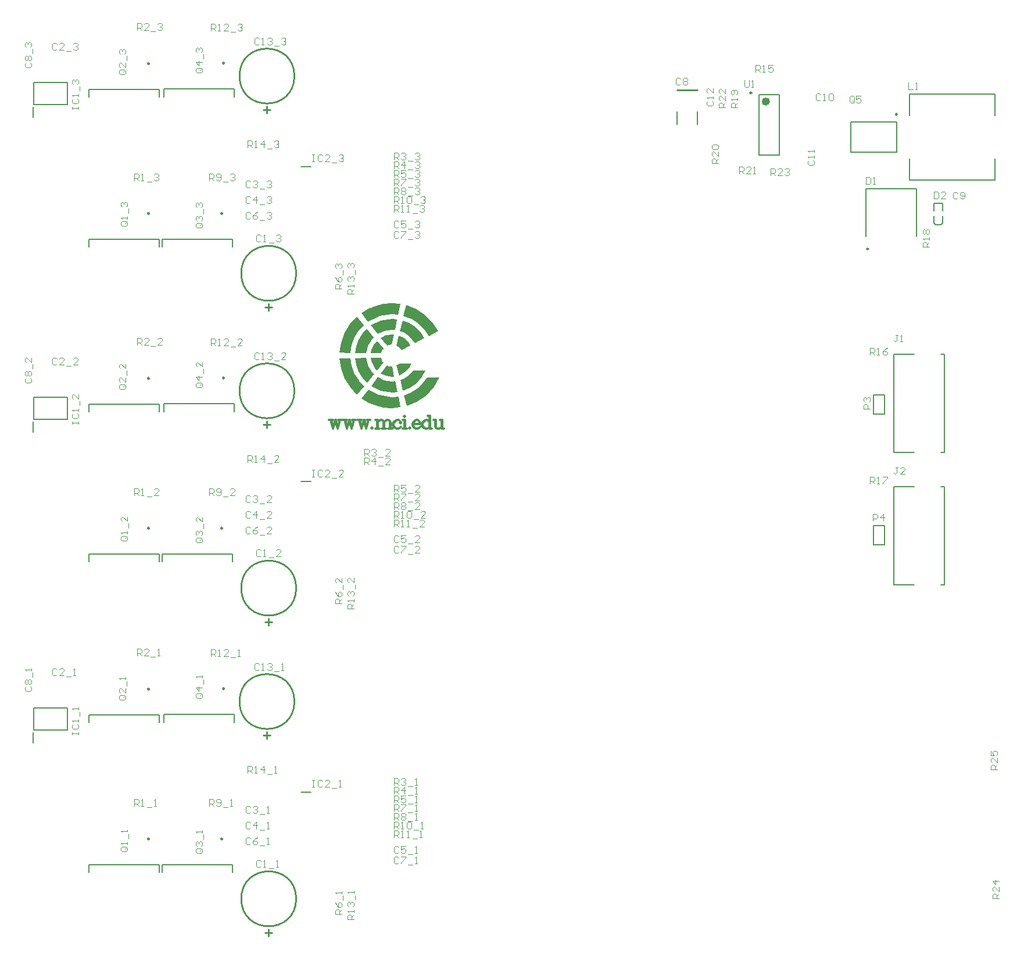
<source format=gbr>
%TF.GenerationSoftware,Altium Limited,Altium Designer,19.1.5 (86)*%
G04 Layer_Color=65535*
%FSLAX26Y26*%
%MOIN*%
%TF.FileFunction,Legend,Top*%
%TF.Part,Single*%
G01*
G75*
%TA.AperFunction,NonConductor*%
%ADD46C,0.009842*%
%ADD47C,0.003937*%
%ADD48C,0.010000*%
%ADD51C,0.005000*%
%ADD65C,0.023622*%
%ADD66C,0.007874*%
%ADD67C,0.011785*%
G36*
X2079443Y3338439D02*
X2079636Y3338084D01*
X2079789Y3337711D01*
X2088019Y3325308D01*
X2050989Y3279930D01*
X2038813Y3293812D01*
X2027639Y3312392D01*
X2019869Y3332921D01*
X2016456Y3352005D01*
X2074928Y3352966D01*
X2079443Y3338439D01*
D02*
G37*
G36*
X2249874Y3320833D02*
X2239408Y3299667D01*
X2221896Y3278340D01*
X2200064Y3261438D01*
X2177511Y3251072D01*
X2163368Y3308093D01*
X2182318Y3321236D01*
X2249874Y3320833D01*
D02*
G37*
G36*
X2120225Y3304060D02*
X2120585Y3303990D01*
X2120933Y3303872D01*
X2136733Y3301794D01*
X2136944Y3301807D01*
X2137158Y3301769D01*
X2137378Y3301774D01*
X2149572Y3244635D01*
X2137227Y3243860D01*
X2101342Y3249233D01*
X2072620Y3262842D01*
X2108014Y3309069D01*
X2120225Y3304060D01*
D02*
G37*
G36*
X1994159Y3326743D02*
X1994254Y3326494D01*
X1994299Y3326222D01*
X2003806Y3300972D01*
X2003947Y3300745D01*
X2004036Y3300501D01*
X2017829Y3277718D01*
X2018008Y3277523D01*
X2018139Y3277300D01*
X2034157Y3259314D01*
X1993993Y3210083D01*
X1968456Y3237793D01*
X1946991Y3272611D01*
X1932536Y3311463D01*
X1926375Y3350528D01*
X1989899Y3351571D01*
X1994159Y3326743D01*
D02*
G37*
G36*
X2309624Y3242477D02*
X2278406Y3207732D01*
X2240254Y3180606D01*
X2199220Y3163494D01*
X2183936Y3225146D01*
X2204006Y3233343D01*
X2204206Y3233474D01*
X2204426Y3233556D01*
X2224749Y3246115D01*
X2224922Y3246275D01*
X2225121Y3246390D01*
X2243034Y3261970D01*
X2243178Y3262156D01*
X2243357Y3262302D01*
X2257655Y3279571D01*
X2330359D01*
X2309624Y3242477D01*
D02*
G37*
G36*
X2092476Y3224288D02*
X2092890Y3224181D01*
X2093285Y3224039D01*
X2136676Y3217442D01*
X2136988Y3217456D01*
X2137300Y3217416D01*
X2155109Y3218651D01*
X2168378Y3156453D01*
X2137209Y3153950D01*
X2071977Y3164193D01*
X2017821Y3191305D01*
X2056418Y3241700D01*
X2092476Y3224288D01*
D02*
G37*
G36*
X1906810Y3305350D02*
X1906909Y3305077D01*
X1906955Y3304795D01*
X1923154Y3261192D01*
X1923301Y3260955D01*
X1923399Y3260689D01*
X1947508Y3221640D01*
X1947698Y3221436D01*
X1947843Y3221201D01*
X1977209Y3189542D01*
X1937080Y3140343D01*
X1898111Y3181780D01*
X1866370Y3232801D01*
X1845198Y3289982D01*
X1836405Y3349044D01*
X1899869Y3350096D01*
X1906810Y3305350D01*
D02*
G37*
G36*
X2410018Y3238308D02*
X2378892Y3185394D01*
X2334193Y3137361D01*
X2280000Y3100000D01*
X2220862Y3076159D01*
X2205593Y3137751D01*
X2243918Y3152802D01*
X2244139Y3152944D01*
X2244387Y3153038D01*
X2280980Y3175908D01*
X2281173Y3176090D01*
X2281394Y3176224D01*
X2313038Y3205220D01*
X2313191Y3205427D01*
X2313386Y3205601D01*
X2338470Y3238748D01*
X2410018Y3238308D01*
D02*
G37*
G36*
X2063036Y3139280D02*
X2063463Y3139161D01*
X2063874Y3139010D01*
X2136659Y3127525D01*
X2137001Y3127539D01*
X2137339Y3127501D01*
X2173889Y3130535D01*
X2187136Y3068418D01*
X2137097Y3064049D01*
X2088611Y3067943D01*
X2042618Y3079154D01*
X1999683Y3097115D01*
X1962942Y3119672D01*
X2001670Y3170239D01*
X2063036Y3139280D01*
D02*
G37*
G36*
X2184792Y3662925D02*
X2171983Y3600717D01*
X2137325Y3603430D01*
X2136990Y3603390D01*
X2136655Y3603403D01*
X2062840Y3591607D01*
X2062417Y3591451D01*
X2061991Y3591329D01*
X1999899Y3559477D01*
X1960622Y3609602D01*
X1997758Y3632852D01*
X2041224Y3651352D01*
X2087880Y3662912D01*
X2137103Y3666907D01*
X2184792Y3662925D01*
D02*
G37*
G36*
X2166640Y3574753D02*
X2153828Y3512462D01*
X2137287Y3513536D01*
X2136983Y3513495D01*
X2136673Y3513508D01*
X2092733Y3506773D01*
X2092327Y3506626D01*
X2091910Y3506514D01*
X2055456Y3488607D01*
X2016290Y3538568D01*
X2071065Y3566481D01*
X2137216Y3577007D01*
X2166640Y3574753D01*
D02*
G37*
G36*
X2274532Y3633809D02*
X2326592Y3599902D01*
X2370466Y3556284D01*
X2403139Y3506759D01*
X2347171Y3476817D01*
X2322220Y3515002D01*
X2322018Y3515208D01*
X2321856Y3515452D01*
X2287997Y3549495D01*
X2287759Y3549655D01*
X2287550Y3549862D01*
X2247333Y3576425D01*
X2247057Y3576538D01*
X2246811Y3576697D01*
X2203721Y3593732D01*
X2218538Y3655452D01*
X2274532Y3633809D01*
D02*
G37*
G36*
X2235219Y3552909D02*
X2271088Y3529152D01*
X2301349Y3498772D01*
X2323408Y3465144D01*
X2267671Y3436005D01*
X2253191Y3458018D01*
X2252991Y3458221D01*
X2252836Y3458455D01*
X2232540Y3478968D01*
X2232305Y3479126D01*
X2232108Y3479324D01*
X2208048Y3495548D01*
X2207784Y3495658D01*
X2207549Y3495815D01*
X2182673Y3506157D01*
X2197517Y3567956D01*
X2235219Y3552909D01*
D02*
G37*
G36*
X2148469Y3486425D02*
X2136689Y3429148D01*
X2120866Y3427090D01*
X2120508Y3426970D01*
X2120142Y3426896D01*
X2107840Y3421787D01*
X2071905Y3467647D01*
X2100925Y3481606D01*
X2137233Y3487097D01*
X2148469Y3486425D01*
D02*
G37*
G36*
X2195739Y3472082D02*
X2215339Y3458604D01*
X2231934Y3441657D01*
X2243413Y3424087D01*
X2191950Y3397086D01*
X2180186Y3412324D01*
X2179807Y3412655D01*
X2179439Y3413001D01*
X2162782Y3423378D01*
X2176462Y3480317D01*
X2195739Y3472082D01*
D02*
G37*
G36*
X1975985Y3540287D02*
X1947142Y3508835D01*
X1946998Y3508599D01*
X1946813Y3508398D01*
X1923109Y3469687D01*
X1923013Y3469426D01*
X1922866Y3469188D01*
X1906904Y3426012D01*
X1906859Y3425731D01*
X1906761Y3425462D01*
X1899894Y3381183D01*
X1836431Y3382078D01*
X1845084Y3440546D01*
X1865897Y3497214D01*
X1897099Y3547877D01*
X1935397Y3589093D01*
X1975985Y3540287D01*
D02*
G37*
G36*
X2033572Y3471043D02*
X2017842Y3453262D01*
X2017712Y3453038D01*
X2017537Y3452847D01*
X2003962Y3430327D01*
X2003874Y3430083D01*
X2003735Y3429861D01*
X1994347Y3404922D01*
X1994302Y3404653D01*
X1994208Y3404407D01*
X1989950Y3379897D01*
X1926399Y3380795D01*
X1932492Y3419423D01*
X1946760Y3457875D01*
X1967845Y3492383D01*
X1992936Y3519905D01*
X2033572Y3471043D01*
D02*
G37*
G36*
X2087976Y3405615D02*
X2079913Y3393565D01*
X2079760Y3393196D01*
X2079567Y3392846D01*
X2075065Y3378676D01*
X2016532Y3379532D01*
X2019938Y3398294D01*
X2027619Y3418559D01*
X2038629Y3436904D01*
X2050565Y3450613D01*
X2087976Y3405615D01*
D02*
G37*
D46*
X745276Y4181733D02*
G03*
X745276Y4181733I-4921J0D01*
G01*
Y5041733D02*
G03*
X745276Y5041733I-4921J0D01*
G01*
X1165276Y4181733D02*
G03*
X1165276Y4181733I-4921J0D01*
G01*
X1175276Y5044095D02*
G03*
X1175276Y5044095I-4921J0D01*
G01*
X745276Y2375197D02*
G03*
X745276Y2375197I-4921J0D01*
G01*
Y3235197D02*
G03*
X745276Y3235197I-4921J0D01*
G01*
X1165276Y2375197D02*
G03*
X1165276Y2375197I-4921J0D01*
G01*
X1175276Y3237559D02*
G03*
X1175276Y3237559I-4921J0D01*
G01*
X745276Y1451733D02*
G03*
X745276Y1451733I-4921J0D01*
G01*
X1175276Y1454094D02*
G03*
X1175276Y1454094I-4921J0D01*
G01*
X745276Y591732D02*
G03*
X745276Y591732I-4921J0D01*
G01*
X1165276D02*
G03*
X1165276Y591732I-4921J0D01*
G01*
X5034843Y4749921D02*
G03*
X5034843Y4749921I-4921J0D01*
G01*
X4869921Y3978346D02*
G03*
X4869921Y3978346I-4921J0D01*
G01*
X4200591Y4873465D02*
G03*
X4200591Y4873465I-4921J0D01*
G01*
D47*
X37202Y5046238D02*
X30643Y5039679D01*
Y5026560D01*
X37202Y5020000D01*
X63440D01*
X70000Y5026560D01*
Y5039679D01*
X63440Y5046238D01*
X37202Y5059357D02*
X30643Y5065917D01*
Y5079036D01*
X37202Y5085596D01*
X43762D01*
X50321Y5079036D01*
X56881Y5085596D01*
X63440D01*
X70000Y5079036D01*
Y5065917D01*
X63440Y5059357D01*
X56881D01*
X50321Y5065917D01*
X43762Y5059357D01*
X37202D01*
X50321Y5065917D02*
Y5079036D01*
X76560Y5098715D02*
Y5124953D01*
X37202Y5138072D02*
X30643Y5144632D01*
Y5157751D01*
X37202Y5164310D01*
X43762D01*
X50321Y5157751D01*
Y5151191D01*
Y5157751D01*
X56881Y5164310D01*
X63440D01*
X70000Y5157751D01*
Y5144632D01*
X63440Y5138072D01*
X37202Y3236238D02*
X30643Y3229679D01*
Y3216560D01*
X37202Y3210000D01*
X63440D01*
X70000Y3216560D01*
Y3229679D01*
X63440Y3236238D01*
X37202Y3249357D02*
X30643Y3255917D01*
Y3269036D01*
X37202Y3275596D01*
X43762D01*
X50321Y3269036D01*
X56881Y3275596D01*
X63440D01*
X70000Y3269036D01*
Y3255917D01*
X63440Y3249357D01*
X56881D01*
X50321Y3255917D01*
X43762Y3249357D01*
X37202D01*
X50321Y3255917D02*
Y3269036D01*
X76560Y3288715D02*
Y3314953D01*
X70000Y3354310D02*
Y3328072D01*
X43762Y3354310D01*
X37202D01*
X30643Y3347751D01*
Y3334632D01*
X37202Y3328072D01*
Y1466238D02*
X30643Y1459679D01*
Y1446560D01*
X37202Y1440000D01*
X63440D01*
X70000Y1446560D01*
Y1459679D01*
X63440Y1466238D01*
X37202Y1479357D02*
X30643Y1485917D01*
Y1499036D01*
X37202Y1505596D01*
X43762D01*
X50321Y1499036D01*
X56881Y1505596D01*
X63440D01*
X70000Y1499036D01*
Y1485917D01*
X63440Y1479357D01*
X56881D01*
X50321Y1485917D01*
X43762Y1479357D01*
X37202D01*
X50321Y1485917D02*
Y1499036D01*
X76560Y1518715D02*
Y1544953D01*
X70000Y1558072D02*
Y1571191D01*
Y1564632D01*
X30643D01*
X37202Y1558072D01*
X1376238Y3376262D02*
X1369679Y3382822D01*
X1356560D01*
X1350000Y3376262D01*
Y3350024D01*
X1356560Y3343465D01*
X1369679D01*
X1376238Y3350024D01*
X1389357Y3343465D02*
X1402476D01*
X1395917D01*
Y3382822D01*
X1389357Y3376262D01*
X1422155D02*
X1428715Y3382822D01*
X1441834D01*
X1448393Y3376262D01*
Y3369703D01*
X1441834Y3363143D01*
X1435274D01*
X1441834D01*
X1448393Y3356584D01*
Y3350024D01*
X1441834Y3343465D01*
X1428715D01*
X1422155Y3350024D01*
X1461513Y3336905D02*
X1487751D01*
X1527108Y3343465D02*
X1500870D01*
X1527108Y3369703D01*
Y3376262D01*
X1520549Y3382822D01*
X1507430D01*
X1500870Y3376262D01*
X1043440Y3209703D02*
X1017202D01*
X1010643Y3203143D01*
Y3190024D01*
X1017202Y3183465D01*
X1043440D01*
X1050000Y3190024D01*
Y3203143D01*
X1036881Y3196584D02*
X1050000Y3209703D01*
Y3203143D02*
X1043440Y3209703D01*
X1050000Y3242501D02*
X1010643D01*
X1030321Y3222822D01*
Y3249060D01*
X1056560Y3262179D02*
Y3288418D01*
X1050000Y3327775D02*
Y3301537D01*
X1023762Y3327775D01*
X1017202D01*
X1010643Y3321215D01*
Y3308096D01*
X1017202Y3301537D01*
X1043440Y2319703D02*
X1017202D01*
X1010643Y2313143D01*
Y2300024D01*
X1017202Y2293465D01*
X1043440D01*
X1050000Y2300024D01*
Y2313143D01*
X1036881Y2306584D02*
X1050000Y2319703D01*
Y2313143D02*
X1043440Y2319703D01*
X1017202Y2332822D02*
X1010643Y2339382D01*
Y2352501D01*
X1017202Y2359060D01*
X1023762D01*
X1030321Y2352501D01*
Y2345941D01*
Y2352501D01*
X1036881Y2359060D01*
X1043440D01*
X1050000Y2352501D01*
Y2339382D01*
X1043440Y2332822D01*
X1056560Y2372179D02*
Y2398418D01*
X1050000Y2437775D02*
Y2411537D01*
X1023762Y2437775D01*
X1017202D01*
X1010643Y2431215D01*
Y2418096D01*
X1017202Y2411537D01*
X603440Y3199703D02*
X577202D01*
X570643Y3193143D01*
Y3180024D01*
X577202Y3173465D01*
X603440D01*
X610000Y3180024D01*
Y3193143D01*
X596881Y3186584D02*
X610000Y3199703D01*
Y3193143D02*
X603440Y3199703D01*
X610000Y3239060D02*
Y3212822D01*
X583762Y3239060D01*
X577202D01*
X570643Y3232501D01*
Y3219382D01*
X577202Y3212822D01*
X616560Y3252179D02*
Y3278418D01*
X610000Y3317775D02*
Y3291537D01*
X583762Y3317775D01*
X577202D01*
X570643Y3311215D01*
Y3298096D01*
X577202Y3291537D01*
X613440Y2329703D02*
X587202D01*
X580643Y2323143D01*
Y2310024D01*
X587202Y2303465D01*
X613440D01*
X620000Y2310024D01*
Y2323143D01*
X606881Y2316584D02*
X620000Y2329703D01*
Y2323143D02*
X613440Y2329703D01*
X620000Y2342822D02*
Y2355941D01*
Y2349382D01*
X580643D01*
X587202Y2342822D01*
X626560Y2375620D02*
Y2401858D01*
X620000Y2441215D02*
Y2414977D01*
X593762Y2441215D01*
X587202D01*
X580643Y2434656D01*
Y2421537D01*
X587202Y2414977D01*
X1680000Y2709357D02*
X1693119D01*
X1686560D01*
Y2670000D01*
X1680000D01*
X1693119D01*
X1739036Y2702798D02*
X1732476Y2709357D01*
X1719357D01*
X1712798Y2702798D01*
Y2676560D01*
X1719357Y2670000D01*
X1732476D01*
X1739036Y2676560D01*
X1778393Y2670000D02*
X1752155D01*
X1778393Y2696238D01*
Y2702798D01*
X1771834Y2709357D01*
X1758715D01*
X1752155Y2702798D01*
X1791513Y2663440D02*
X1817751D01*
X1857108Y2670000D02*
X1830870D01*
X1857108Y2696238D01*
Y2702798D01*
X1850549Y2709357D01*
X1837430D01*
X1830870Y2702798D01*
X300643Y2973465D02*
Y2986584D01*
Y2980024D01*
X340000D01*
Y2973465D01*
Y2986584D01*
X307202Y3032501D02*
X300643Y3025941D01*
Y3012822D01*
X307202Y3006262D01*
X333440D01*
X340000Y3012822D01*
Y3025941D01*
X333440Y3032501D01*
X340000Y3045620D02*
Y3058739D01*
Y3052179D01*
X300643D01*
X307202Y3045620D01*
X346560Y3078418D02*
Y3104656D01*
X340000Y3144013D02*
Y3117775D01*
X313762Y3144013D01*
X307202D01*
X300643Y3137454D01*
Y3124335D01*
X307202Y3117775D01*
X1310000Y2753465D02*
Y2792822D01*
X1329679D01*
X1336238Y2786262D01*
Y2773143D01*
X1329679Y2766584D01*
X1310000D01*
X1323119D02*
X1336238Y2753465D01*
X1349357D02*
X1362476D01*
X1355917D01*
Y2792822D01*
X1349357Y2786262D01*
X1401834Y2753465D02*
Y2792822D01*
X1382155Y2773143D01*
X1408393D01*
X1421513Y2746905D02*
X1447751D01*
X1487108Y2753465D02*
X1460870D01*
X1487108Y2779703D01*
Y2786262D01*
X1480549Y2792822D01*
X1467430D01*
X1460870Y2786262D01*
X1920000Y1913465D02*
X1880643D01*
Y1933143D01*
X1887202Y1939703D01*
X1900321D01*
X1906881Y1933143D01*
Y1913465D01*
Y1926584D02*
X1920000Y1939703D01*
Y1952822D02*
Y1965941D01*
Y1959382D01*
X1880643D01*
X1887202Y1952822D01*
Y1985620D02*
X1880643Y1992179D01*
Y2005299D01*
X1887202Y2011858D01*
X1893762D01*
X1900321Y2005299D01*
Y1998739D01*
Y2005299D01*
X1906881Y2011858D01*
X1913440D01*
X1920000Y2005299D01*
Y1992179D01*
X1913440Y1985620D01*
X1926560Y2024977D02*
Y2051215D01*
X1920000Y2090573D02*
Y2064335D01*
X1893762Y2090573D01*
X1887202D01*
X1880643Y2084013D01*
Y2070894D01*
X1887202Y2064335D01*
X1100000Y3423465D02*
Y3462822D01*
X1119679D01*
X1126238Y3456262D01*
Y3443143D01*
X1119679Y3436584D01*
X1100000D01*
X1113119D02*
X1126238Y3423465D01*
X1139357D02*
X1152476D01*
X1145917D01*
Y3462822D01*
X1139357Y3456262D01*
X1198393Y3423465D02*
X1172155D01*
X1198393Y3449703D01*
Y3456262D01*
X1191834Y3462822D01*
X1178715D01*
X1172155Y3456262D01*
X1211513Y3416905D02*
X1237751D01*
X1277108Y3423465D02*
X1250870D01*
X1277108Y3449703D01*
Y3456262D01*
X1270549Y3462822D01*
X1257430D01*
X1250870Y3456262D01*
X2150000Y2383465D02*
Y2422822D01*
X2169679D01*
X2176238Y2416262D01*
Y2403143D01*
X2169679Y2396584D01*
X2150000D01*
X2163119D02*
X2176238Y2383465D01*
X2189357D02*
X2202477D01*
X2195917D01*
Y2422822D01*
X2189357Y2416262D01*
X2222155Y2383465D02*
X2235274D01*
X2228715D01*
Y2422822D01*
X2222155Y2416262D01*
X2254953Y2376905D02*
X2281191D01*
X2320549Y2383465D02*
X2294310D01*
X2320549Y2409703D01*
Y2416262D01*
X2313989Y2422822D01*
X2300870D01*
X2294310Y2416262D01*
X2150000Y2433465D02*
Y2472822D01*
X2169679D01*
X2176238Y2466262D01*
Y2453143D01*
X2169679Y2446584D01*
X2150000D01*
X2163119D02*
X2176238Y2433465D01*
X2189357D02*
X2202477D01*
X2195917D01*
Y2472822D01*
X2189357Y2466262D01*
X2222155D02*
X2228715Y2472822D01*
X2241834D01*
X2248393Y2466262D01*
Y2440024D01*
X2241834Y2433465D01*
X2228715D01*
X2222155Y2440024D01*
Y2466262D01*
X2261513Y2426905D02*
X2287751D01*
X2327108Y2433465D02*
X2300870D01*
X2327108Y2459703D01*
Y2466262D01*
X2320549Y2472822D01*
X2307430D01*
X2300870Y2466262D01*
X1090000Y2563465D02*
Y2602822D01*
X1109679D01*
X1116238Y2596262D01*
Y2583143D01*
X1109679Y2576584D01*
X1090000D01*
X1103119D02*
X1116238Y2563465D01*
X1129357Y2570024D02*
X1135917Y2563465D01*
X1149036D01*
X1155596Y2570024D01*
Y2596262D01*
X1149036Y2602822D01*
X1135917D01*
X1129357Y2596262D01*
Y2589703D01*
X1135917Y2583143D01*
X1155596D01*
X1168715Y2556905D02*
X1194953D01*
X1234310Y2563465D02*
X1208072D01*
X1234310Y2589703D01*
Y2596262D01*
X1227751Y2602822D01*
X1214632D01*
X1208072Y2596262D01*
X2150000Y2483465D02*
Y2522822D01*
X2169679D01*
X2176238Y2516262D01*
Y2503143D01*
X2169679Y2496584D01*
X2150000D01*
X2163119D02*
X2176238Y2483465D01*
X2189357Y2516262D02*
X2195917Y2522822D01*
X2209036D01*
X2215596Y2516262D01*
Y2509703D01*
X2209036Y2503143D01*
X2215596Y2496584D01*
Y2490024D01*
X2209036Y2483465D01*
X2195917D01*
X2189357Y2490024D01*
Y2496584D01*
X2195917Y2503143D01*
X2189357Y2509703D01*
Y2516262D01*
X2195917Y2503143D02*
X2209036D01*
X2228715Y2476905D02*
X2254953D01*
X2294310Y2483465D02*
X2268072D01*
X2294310Y2509703D01*
Y2516262D01*
X2287751Y2522822D01*
X2274632D01*
X2268072Y2516262D01*
X2150000Y2533465D02*
Y2572822D01*
X2169679D01*
X2176238Y2566262D01*
Y2553143D01*
X2169679Y2546584D01*
X2150000D01*
X2163119D02*
X2176238Y2533465D01*
X2189357Y2572822D02*
X2215596D01*
Y2566262D01*
X2189357Y2540024D01*
Y2533465D01*
X2228715Y2526905D02*
X2254953D01*
X2294310Y2533465D02*
X2268072D01*
X2294310Y2559703D01*
Y2566262D01*
X2287751Y2572822D01*
X2274632D01*
X2268072Y2566262D01*
X1850000Y1943465D02*
X1810643D01*
Y1963143D01*
X1817202Y1969703D01*
X1830321D01*
X1836881Y1963143D01*
Y1943465D01*
Y1956584D02*
X1850000Y1969703D01*
X1810643Y2009060D02*
X1817202Y1995941D01*
X1830321Y1982822D01*
X1843440D01*
X1850000Y1989382D01*
Y2002501D01*
X1843440Y2009060D01*
X1836881D01*
X1830321Y2002501D01*
Y1982822D01*
X1856560Y2022179D02*
Y2048418D01*
X1850000Y2087775D02*
Y2061537D01*
X1823762Y2087775D01*
X1817202D01*
X1810643Y2081215D01*
Y2068096D01*
X1817202Y2061537D01*
X2150000Y2583465D02*
Y2622822D01*
X2169679D01*
X2176238Y2616262D01*
Y2603143D01*
X2169679Y2596584D01*
X2150000D01*
X2163119D02*
X2176238Y2583465D01*
X2215596Y2622822D02*
X2189357D01*
Y2603143D01*
X2202477Y2609703D01*
X2209036D01*
X2215596Y2603143D01*
Y2590024D01*
X2209036Y2583465D01*
X2195917D01*
X2189357Y2590024D01*
X2228715Y2576905D02*
X2254953D01*
X2294310Y2583465D02*
X2268072D01*
X2294310Y2609703D01*
Y2616262D01*
X2287751Y2622822D01*
X2274632D01*
X2268072Y2616262D01*
X1980000Y2740000D02*
Y2779357D01*
X1999679D01*
X2006238Y2772798D01*
Y2759679D01*
X1999679Y2753119D01*
X1980000D01*
X1993119D02*
X2006238Y2740000D01*
X2039036D02*
Y2779357D01*
X2019357Y2759679D01*
X2045596D01*
X2058715Y2733440D02*
X2084953D01*
X2124310Y2740000D02*
X2098072D01*
X2124310Y2766238D01*
Y2772798D01*
X2117751Y2779357D01*
X2104632D01*
X2098072Y2772798D01*
X1980000Y2790000D02*
Y2829357D01*
X1999679D01*
X2006238Y2822798D01*
Y2809679D01*
X1999679Y2803119D01*
X1980000D01*
X1993119D02*
X2006238Y2790000D01*
X2019357Y2822798D02*
X2025917Y2829357D01*
X2039036D01*
X2045596Y2822798D01*
Y2816238D01*
X2039036Y2809679D01*
X2032476D01*
X2039036D01*
X2045596Y2803119D01*
Y2796560D01*
X2039036Y2790000D01*
X2025917D01*
X2019357Y2796560D01*
X2058715Y2783440D02*
X2084953D01*
X2124310Y2790000D02*
X2098072D01*
X2124310Y2816238D01*
Y2822798D01*
X2117751Y2829357D01*
X2104632D01*
X2098072Y2822798D01*
X675000Y3427465D02*
Y3466822D01*
X694679D01*
X701238Y3460262D01*
Y3447143D01*
X694679Y3440584D01*
X675000D01*
X688119D02*
X701238Y3427465D01*
X740596D02*
X714357D01*
X740596Y3453703D01*
Y3460262D01*
X734036Y3466822D01*
X720917D01*
X714357Y3460262D01*
X753715Y3420905D02*
X779953D01*
X819310Y3427465D02*
X793072D01*
X819310Y3453703D01*
Y3460262D01*
X812751Y3466822D01*
X799632D01*
X793072Y3460262D01*
X660000Y2563465D02*
Y2602822D01*
X679679D01*
X686238Y2596262D01*
Y2583143D01*
X679679Y2576584D01*
X660000D01*
X673119D02*
X686238Y2563465D01*
X699357D02*
X712476D01*
X705917D01*
Y2602822D01*
X699357Y2596262D01*
X732155Y2556905D02*
X758393D01*
X797751Y2563465D02*
X771513D01*
X797751Y2589703D01*
Y2596262D01*
X791191Y2602822D01*
X778072D01*
X771513Y2596262D01*
X2176238Y2266262D02*
X2169679Y2272822D01*
X2156560D01*
X2150000Y2266262D01*
Y2240024D01*
X2156560Y2233465D01*
X2169679D01*
X2176238Y2240024D01*
X2189357Y2272822D02*
X2215596D01*
Y2266262D01*
X2189357Y2240024D01*
Y2233465D01*
X2228715Y2226905D02*
X2254953D01*
X2294310Y2233465D02*
X2268072D01*
X2294310Y2259703D01*
Y2266262D01*
X2287751Y2272822D01*
X2274632D01*
X2268072Y2266262D01*
X1326238Y2376262D02*
X1319679Y2382822D01*
X1306560D01*
X1300000Y2376262D01*
Y2350024D01*
X1306560Y2343465D01*
X1319679D01*
X1326238Y2350024D01*
X1365596Y2382822D02*
X1352476Y2376262D01*
X1339357Y2363143D01*
Y2350024D01*
X1345917Y2343465D01*
X1359036D01*
X1365596Y2350024D01*
Y2356584D01*
X1359036Y2363143D01*
X1339357D01*
X1378715Y2336905D02*
X1404953D01*
X1444310Y2343465D02*
X1418072D01*
X1444310Y2369703D01*
Y2376262D01*
X1437751Y2382822D01*
X1424632D01*
X1418072Y2376262D01*
X2176238Y2326262D02*
X2169679Y2332822D01*
X2156560D01*
X2150000Y2326262D01*
Y2300024D01*
X2156560Y2293465D01*
X2169679D01*
X2176238Y2300024D01*
X2215596Y2332822D02*
X2189357D01*
Y2313143D01*
X2202477Y2319703D01*
X2209036D01*
X2215596Y2313143D01*
Y2300024D01*
X2209036Y2293465D01*
X2195917D01*
X2189357Y2300024D01*
X2228715Y2286905D02*
X2254953D01*
X2294310Y2293465D02*
X2268072D01*
X2294310Y2319703D01*
Y2326262D01*
X2287751Y2332822D01*
X2274632D01*
X2268072Y2326262D01*
X1326238Y2466262D02*
X1319679Y2472822D01*
X1306560D01*
X1300000Y2466262D01*
Y2440024D01*
X1306560Y2433465D01*
X1319679D01*
X1326238Y2440024D01*
X1359036Y2433465D02*
Y2472822D01*
X1339357Y2453143D01*
X1365596D01*
X1378715Y2426905D02*
X1404953D01*
X1444310Y2433465D02*
X1418072D01*
X1444310Y2459703D01*
Y2466262D01*
X1437751Y2472822D01*
X1424632D01*
X1418072Y2466262D01*
X1326238Y2556262D02*
X1319679Y2562822D01*
X1306560D01*
X1300000Y2556262D01*
Y2530024D01*
X1306560Y2523465D01*
X1319679D01*
X1326238Y2530024D01*
X1339357Y2556262D02*
X1345917Y2562822D01*
X1359036D01*
X1365596Y2556262D01*
Y2549703D01*
X1359036Y2543143D01*
X1352476D01*
X1359036D01*
X1365596Y2536584D01*
Y2530024D01*
X1359036Y2523465D01*
X1345917D01*
X1339357Y2530024D01*
X1378715Y2516905D02*
X1404953D01*
X1444310Y2523465D02*
X1418072D01*
X1444310Y2549703D01*
Y2556262D01*
X1437751Y2562822D01*
X1424632D01*
X1418072Y2556262D01*
X216238Y3346262D02*
X209679Y3352822D01*
X196560D01*
X190000Y3346262D01*
Y3320024D01*
X196560Y3313465D01*
X209679D01*
X216238Y3320024D01*
X255596Y3313465D02*
X229357D01*
X255596Y3339703D01*
Y3346262D01*
X249036Y3352822D01*
X235917D01*
X229357Y3346262D01*
X268715Y3306905D02*
X294953D01*
X334310Y3313465D02*
X308072D01*
X334310Y3339703D01*
Y3346262D01*
X327751Y3352822D01*
X314632D01*
X308072Y3346262D01*
X1386238Y2246262D02*
X1379679Y2252822D01*
X1366560D01*
X1360000Y2246262D01*
Y2220024D01*
X1366560Y2213465D01*
X1379679D01*
X1386238Y2220024D01*
X1399357Y2213465D02*
X1412476D01*
X1405917D01*
Y2252822D01*
X1399357Y2246262D01*
X1432155Y2206905D02*
X1458393D01*
X1497751Y2213465D02*
X1471513D01*
X1497751Y2239703D01*
Y2246262D01*
X1491191Y2252822D01*
X1478072D01*
X1471513Y2246262D01*
X1376238Y5182798D02*
X1369679Y5189357D01*
X1356560D01*
X1350000Y5182798D01*
Y5156560D01*
X1356560Y5150000D01*
X1369679D01*
X1376238Y5156560D01*
X1389358Y5150000D02*
X1402477D01*
X1395917D01*
Y5189357D01*
X1389358Y5182798D01*
X1422155D02*
X1428715Y5189357D01*
X1441834D01*
X1448393Y5182798D01*
Y5176238D01*
X1441834Y5169679D01*
X1435274D01*
X1441834D01*
X1448393Y5163119D01*
Y5156560D01*
X1441834Y5150000D01*
X1428715D01*
X1422155Y5156560D01*
X1461513Y5143440D02*
X1487751D01*
X1500870Y5182798D02*
X1507430Y5189357D01*
X1520549D01*
X1527108Y5182798D01*
Y5176238D01*
X1520549Y5169679D01*
X1513989D01*
X1520549D01*
X1527108Y5163119D01*
Y5156560D01*
X1520549Y5150000D01*
X1507430D01*
X1500870Y5156560D01*
X1043440Y5016238D02*
X1017202D01*
X1010643Y5009679D01*
Y4996560D01*
X1017202Y4990000D01*
X1043440D01*
X1050000Y4996560D01*
Y5009679D01*
X1036881Y5003119D02*
X1050000Y5016238D01*
Y5009679D02*
X1043440Y5016238D01*
X1050000Y5049036D02*
X1010643D01*
X1030321Y5029357D01*
Y5055596D01*
X1056560Y5068715D02*
Y5094953D01*
X1017202Y5108072D02*
X1010643Y5114632D01*
Y5127751D01*
X1017202Y5134310D01*
X1023762D01*
X1030321Y5127751D01*
Y5121191D01*
Y5127751D01*
X1036881Y5134310D01*
X1043440D01*
X1050000Y5127751D01*
Y5114632D01*
X1043440Y5108072D01*
Y4126238D02*
X1017202D01*
X1010643Y4119679D01*
Y4106560D01*
X1017202Y4100000D01*
X1043440D01*
X1050000Y4106560D01*
Y4119679D01*
X1036881Y4113119D02*
X1050000Y4126238D01*
Y4119679D02*
X1043440Y4126238D01*
X1017202Y4139357D02*
X1010643Y4145917D01*
Y4159036D01*
X1017202Y4165596D01*
X1023762D01*
X1030321Y4159036D01*
Y4152476D01*
Y4159036D01*
X1036881Y4165596D01*
X1043440D01*
X1050000Y4159036D01*
Y4145917D01*
X1043440Y4139357D01*
X1056560Y4178715D02*
Y4204953D01*
X1017202Y4218072D02*
X1010643Y4224632D01*
Y4237751D01*
X1017202Y4244310D01*
X1023762D01*
X1030321Y4237751D01*
Y4231191D01*
Y4237751D01*
X1036881Y4244310D01*
X1043440D01*
X1050000Y4237751D01*
Y4224632D01*
X1043440Y4218072D01*
X603441Y5006238D02*
X577202D01*
X570643Y4999679D01*
Y4986560D01*
X577202Y4980000D01*
X603441D01*
X610000Y4986560D01*
Y4999679D01*
X596881Y4993119D02*
X610000Y5006238D01*
Y4999679D02*
X603441Y5006238D01*
X610000Y5045596D02*
Y5019357D01*
X583762Y5045596D01*
X577202D01*
X570643Y5039036D01*
Y5025917D01*
X577202Y5019357D01*
X616560Y5058715D02*
Y5084953D01*
X577202Y5098072D02*
X570643Y5104632D01*
Y5117751D01*
X577202Y5124310D01*
X583762D01*
X590321Y5117751D01*
Y5111191D01*
Y5117751D01*
X596881Y5124310D01*
X603441D01*
X610000Y5117751D01*
Y5104632D01*
X603441Y5098072D01*
X613441Y4136238D02*
X587202D01*
X580643Y4129679D01*
Y4116560D01*
X587202Y4110000D01*
X613441D01*
X620000Y4116560D01*
Y4129679D01*
X606881Y4123119D02*
X620000Y4136238D01*
Y4129679D02*
X613441Y4136238D01*
X620000Y4149357D02*
Y4162476D01*
Y4155917D01*
X580643D01*
X587202Y4149357D01*
X626560Y4182155D02*
Y4208393D01*
X587202Y4221513D02*
X580643Y4228072D01*
Y4241191D01*
X587202Y4247751D01*
X593762D01*
X600321Y4241191D01*
Y4234632D01*
Y4241191D01*
X606881Y4247751D01*
X613441D01*
X620000Y4241191D01*
Y4228072D01*
X613441Y4221513D01*
X1680000Y4519357D02*
X1693119D01*
X1686560D01*
Y4480000D01*
X1680000D01*
X1693119D01*
X1739036Y4512798D02*
X1732476Y4519357D01*
X1719357D01*
X1712798Y4512798D01*
Y4486560D01*
X1719357Y4480000D01*
X1732476D01*
X1739036Y4486560D01*
X1778393Y4480000D02*
X1752155D01*
X1778393Y4506238D01*
Y4512798D01*
X1771834Y4519357D01*
X1758715D01*
X1752155Y4512798D01*
X1791513Y4473440D02*
X1817751D01*
X1830870Y4512798D02*
X1837430Y4519357D01*
X1850549D01*
X1857108Y4512798D01*
Y4506238D01*
X1850549Y4499679D01*
X1843989D01*
X1850549D01*
X1857108Y4493119D01*
Y4486560D01*
X1850549Y4480000D01*
X1837430D01*
X1830870Y4486560D01*
X300643Y4780000D02*
Y4793119D01*
Y4786560D01*
X340000D01*
Y4780000D01*
Y4793119D01*
X307202Y4839036D02*
X300643Y4832476D01*
Y4819357D01*
X307202Y4812798D01*
X333440D01*
X340000Y4819357D01*
Y4832476D01*
X333440Y4839036D01*
X340000Y4852155D02*
Y4865274D01*
Y4858715D01*
X300643D01*
X307202Y4852155D01*
X346560Y4884953D02*
Y4911191D01*
X307202Y4924310D02*
X300643Y4930870D01*
Y4943989D01*
X307202Y4950549D01*
X313762D01*
X320321Y4943989D01*
Y4937430D01*
Y4943989D01*
X326881Y4950549D01*
X333440D01*
X340000Y4943989D01*
Y4930870D01*
X333440Y4924310D01*
X1310000Y4560000D02*
Y4599357D01*
X1329679D01*
X1336238Y4592798D01*
Y4579679D01*
X1329679Y4573119D01*
X1310000D01*
X1323119D02*
X1336238Y4560000D01*
X1349358D02*
X1362477D01*
X1355917D01*
Y4599357D01*
X1349358Y4592798D01*
X1401834Y4560000D02*
Y4599357D01*
X1382155Y4579679D01*
X1408393D01*
X1421513Y4553440D02*
X1447751D01*
X1460870Y4592798D02*
X1467430Y4599357D01*
X1480549D01*
X1487108Y4592798D01*
Y4586238D01*
X1480549Y4579679D01*
X1473989D01*
X1480549D01*
X1487108Y4573119D01*
Y4566560D01*
X1480549Y4560000D01*
X1467430D01*
X1460870Y4566560D01*
X1920000Y3720000D02*
X1880643D01*
Y3739679D01*
X1887202Y3746238D01*
X1900321D01*
X1906881Y3739679D01*
Y3720000D01*
Y3733119D02*
X1920000Y3746238D01*
Y3759357D02*
Y3772477D01*
Y3765917D01*
X1880643D01*
X1887202Y3759357D01*
Y3792155D02*
X1880643Y3798715D01*
Y3811834D01*
X1887202Y3818393D01*
X1893762D01*
X1900321Y3811834D01*
Y3805274D01*
Y3811834D01*
X1906881Y3818393D01*
X1913440D01*
X1920000Y3811834D01*
Y3798715D01*
X1913440Y3792155D01*
X1926560Y3831513D02*
Y3857751D01*
X1887202Y3870870D02*
X1880643Y3877430D01*
Y3890549D01*
X1887202Y3897108D01*
X1893762D01*
X1900321Y3890549D01*
Y3883989D01*
Y3890549D01*
X1906881Y3897108D01*
X1913440D01*
X1920000Y3890549D01*
Y3877430D01*
X1913440Y3870870D01*
X1100000Y5230000D02*
Y5269357D01*
X1119679D01*
X1126238Y5262798D01*
Y5249679D01*
X1119679Y5243119D01*
X1100000D01*
X1113119D02*
X1126238Y5230000D01*
X1139358D02*
X1152477D01*
X1145917D01*
Y5269357D01*
X1139358Y5262798D01*
X1198393Y5230000D02*
X1172155D01*
X1198393Y5256238D01*
Y5262798D01*
X1191834Y5269357D01*
X1178715D01*
X1172155Y5262798D01*
X1211513Y5223440D02*
X1237751D01*
X1250870Y5262798D02*
X1257430Y5269357D01*
X1270549D01*
X1277108Y5262798D01*
Y5256238D01*
X1270549Y5249679D01*
X1263989D01*
X1270549D01*
X1277108Y5243119D01*
Y5236560D01*
X1270549Y5230000D01*
X1257430D01*
X1250870Y5236560D01*
X2150000Y4190000D02*
Y4229357D01*
X2169679D01*
X2176238Y4222798D01*
Y4209679D01*
X2169679Y4203119D01*
X2150000D01*
X2163119D02*
X2176238Y4190000D01*
X2189358D02*
X2202477D01*
X2195917D01*
Y4229357D01*
X2189358Y4222798D01*
X2222155Y4190000D02*
X2235274D01*
X2228715D01*
Y4229357D01*
X2222155Y4222798D01*
X2254953Y4183440D02*
X2281191D01*
X2294311Y4222798D02*
X2300870Y4229357D01*
X2313989D01*
X2320549Y4222798D01*
Y4216238D01*
X2313989Y4209679D01*
X2307430D01*
X2313989D01*
X2320549Y4203119D01*
Y4196560D01*
X2313989Y4190000D01*
X2300870D01*
X2294311Y4196560D01*
X2150000Y4240000D02*
Y4279357D01*
X2169679D01*
X2176238Y4272798D01*
Y4259679D01*
X2169679Y4253119D01*
X2150000D01*
X2163119D02*
X2176238Y4240000D01*
X2189357D02*
X2202477D01*
X2195917D01*
Y4279357D01*
X2189357Y4272798D01*
X2222155D02*
X2228715Y4279357D01*
X2241834D01*
X2248393Y4272798D01*
Y4246560D01*
X2241834Y4240000D01*
X2228715D01*
X2222155Y4246560D01*
Y4272798D01*
X2261513Y4233440D02*
X2287751D01*
X2300870Y4272798D02*
X2307430Y4279357D01*
X2320549D01*
X2327108Y4272798D01*
Y4266238D01*
X2320549Y4259679D01*
X2313989D01*
X2320549D01*
X2327108Y4253119D01*
Y4246560D01*
X2320549Y4240000D01*
X2307430D01*
X2300870Y4246560D01*
X1090000Y4370000D02*
Y4409357D01*
X1109679D01*
X1116238Y4402798D01*
Y4389679D01*
X1109679Y4383119D01*
X1090000D01*
X1103119D02*
X1116238Y4370000D01*
X1129358Y4376560D02*
X1135917Y4370000D01*
X1149036D01*
X1155596Y4376560D01*
Y4402798D01*
X1149036Y4409357D01*
X1135917D01*
X1129358Y4402798D01*
Y4396238D01*
X1135917Y4389679D01*
X1155596D01*
X1168715Y4363440D02*
X1194953D01*
X1208072Y4402798D02*
X1214632Y4409357D01*
X1227751D01*
X1234311Y4402798D01*
Y4396238D01*
X1227751Y4389679D01*
X1221191D01*
X1227751D01*
X1234311Y4383119D01*
Y4376560D01*
X1227751Y4370000D01*
X1214632D01*
X1208072Y4376560D01*
X2150000Y4290000D02*
Y4329357D01*
X2169679D01*
X2176238Y4322798D01*
Y4309679D01*
X2169679Y4303119D01*
X2150000D01*
X2163119D02*
X2176238Y4290000D01*
X2189358Y4322798D02*
X2195917Y4329357D01*
X2209036D01*
X2215596Y4322798D01*
Y4316238D01*
X2209036Y4309679D01*
X2215596Y4303119D01*
Y4296560D01*
X2209036Y4290000D01*
X2195917D01*
X2189358Y4296560D01*
Y4303119D01*
X2195917Y4309679D01*
X2189358Y4316238D01*
Y4322798D01*
X2195917Y4309679D02*
X2209036D01*
X2228715Y4283440D02*
X2254953D01*
X2268072Y4322798D02*
X2274632Y4329357D01*
X2287751D01*
X2294311Y4322798D01*
Y4316238D01*
X2287751Y4309679D01*
X2281191D01*
X2287751D01*
X2294311Y4303119D01*
Y4296560D01*
X2287751Y4290000D01*
X2274632D01*
X2268072Y4296560D01*
X2150000Y4340000D02*
Y4379357D01*
X2169679D01*
X2176238Y4372798D01*
Y4359679D01*
X2169679Y4353119D01*
X2150000D01*
X2163119D02*
X2176238Y4340000D01*
X2189358Y4379357D02*
X2215596D01*
Y4372798D01*
X2189358Y4346560D01*
Y4340000D01*
X2228715Y4333440D02*
X2254953D01*
X2268072Y4372798D02*
X2274632Y4379357D01*
X2287751D01*
X2294311Y4372798D01*
Y4366238D01*
X2287751Y4359679D01*
X2281191D01*
X2287751D01*
X2294311Y4353119D01*
Y4346560D01*
X2287751Y4340000D01*
X2274632D01*
X2268072Y4346560D01*
X1850000Y3750000D02*
X1810643D01*
Y3769679D01*
X1817202Y3776238D01*
X1830321D01*
X1836881Y3769679D01*
Y3750000D01*
Y3763119D02*
X1850000Y3776238D01*
X1810643Y3815596D02*
X1817202Y3802477D01*
X1830321Y3789357D01*
X1843440D01*
X1850000Y3795917D01*
Y3809036D01*
X1843440Y3815596D01*
X1836881D01*
X1830321Y3809036D01*
Y3789357D01*
X1856560Y3828715D02*
Y3854953D01*
X1817202Y3868072D02*
X1810643Y3874632D01*
Y3887751D01*
X1817202Y3894310D01*
X1823762D01*
X1830321Y3887751D01*
Y3881191D01*
Y3887751D01*
X1836881Y3894310D01*
X1843440D01*
X1850000Y3887751D01*
Y3874632D01*
X1843440Y3868072D01*
X2150000Y4390000D02*
Y4429357D01*
X2169679D01*
X2176238Y4422798D01*
Y4409679D01*
X2169679Y4403119D01*
X2150000D01*
X2163119D02*
X2176238Y4390000D01*
X2215596Y4429357D02*
X2189358D01*
Y4409679D01*
X2202477Y4416238D01*
X2209036D01*
X2215596Y4409679D01*
Y4396560D01*
X2209036Y4390000D01*
X2195917D01*
X2189358Y4396560D01*
X2228715Y4383440D02*
X2254953D01*
X2268072Y4422798D02*
X2274632Y4429357D01*
X2287751D01*
X2294311Y4422798D01*
Y4416238D01*
X2287751Y4409679D01*
X2281191D01*
X2287751D01*
X2294311Y4403119D01*
Y4396560D01*
X2287751Y4390000D01*
X2274632D01*
X2268072Y4396560D01*
X2150000Y4440000D02*
Y4479357D01*
X2169679D01*
X2176238Y4472798D01*
Y4459679D01*
X2169679Y4453119D01*
X2150000D01*
X2163119D02*
X2176238Y4440000D01*
X2209036D02*
Y4479357D01*
X2189358Y4459679D01*
X2215596D01*
X2228715Y4433440D02*
X2254953D01*
X2268072Y4472798D02*
X2274632Y4479357D01*
X2287751D01*
X2294311Y4472798D01*
Y4466238D01*
X2287751Y4459679D01*
X2281191D01*
X2287751D01*
X2294311Y4453119D01*
Y4446560D01*
X2287751Y4440000D01*
X2274632D01*
X2268072Y4446560D01*
X2150000Y4490000D02*
Y4529357D01*
X2169679D01*
X2176238Y4522798D01*
Y4509679D01*
X2169679Y4503119D01*
X2150000D01*
X2163119D02*
X2176238Y4490000D01*
X2189358Y4522798D02*
X2195917Y4529357D01*
X2209036D01*
X2215596Y4522798D01*
Y4516238D01*
X2209036Y4509679D01*
X2202477D01*
X2209036D01*
X2215596Y4503119D01*
Y4496560D01*
X2209036Y4490000D01*
X2195917D01*
X2189358Y4496560D01*
X2228715Y4483440D02*
X2254953D01*
X2268072Y4522798D02*
X2274632Y4529357D01*
X2287751D01*
X2294311Y4522798D01*
Y4516238D01*
X2287751Y4509679D01*
X2281191D01*
X2287751D01*
X2294311Y4503119D01*
Y4496560D01*
X2287751Y4490000D01*
X2274632D01*
X2268072Y4496560D01*
X675000Y5234000D02*
Y5273357D01*
X694679D01*
X701238Y5266798D01*
Y5253679D01*
X694679Y5247119D01*
X675000D01*
X688119D02*
X701238Y5234000D01*
X740596D02*
X714357D01*
X740596Y5260238D01*
Y5266798D01*
X734036Y5273357D01*
X720917D01*
X714357Y5266798D01*
X753715Y5227440D02*
X779953D01*
X793072Y5266798D02*
X799632Y5273357D01*
X812751D01*
X819311Y5266798D01*
Y5260238D01*
X812751Y5253679D01*
X806191D01*
X812751D01*
X819311Y5247119D01*
Y5240560D01*
X812751Y5234000D01*
X799632D01*
X793072Y5240560D01*
X660000Y4370000D02*
Y4409357D01*
X679679D01*
X686238Y4402798D01*
Y4389679D01*
X679679Y4383119D01*
X660000D01*
X673119D02*
X686238Y4370000D01*
X699357D02*
X712477D01*
X705917D01*
Y4409357D01*
X699357Y4402798D01*
X732155Y4363440D02*
X758394D01*
X771513Y4402798D02*
X778072Y4409357D01*
X791191D01*
X797751Y4402798D01*
Y4396238D01*
X791191Y4389679D01*
X784632D01*
X791191D01*
X797751Y4383119D01*
Y4376560D01*
X791191Y4370000D01*
X778072D01*
X771513Y4376560D01*
X2176238Y4072798D02*
X2169679Y4079357D01*
X2156560D01*
X2150000Y4072798D01*
Y4046560D01*
X2156560Y4040000D01*
X2169679D01*
X2176238Y4046560D01*
X2189358Y4079357D02*
X2215596D01*
Y4072798D01*
X2189358Y4046560D01*
Y4040000D01*
X2228715Y4033440D02*
X2254953D01*
X2268072Y4072798D02*
X2274632Y4079357D01*
X2287751D01*
X2294311Y4072798D01*
Y4066238D01*
X2287751Y4059679D01*
X2281191D01*
X2287751D01*
X2294311Y4053119D01*
Y4046560D01*
X2287751Y4040000D01*
X2274632D01*
X2268072Y4046560D01*
X1326238Y4182798D02*
X1319679Y4189357D01*
X1306560D01*
X1300000Y4182798D01*
Y4156560D01*
X1306560Y4150000D01*
X1319679D01*
X1326238Y4156560D01*
X1365596Y4189357D02*
X1352477Y4182798D01*
X1339358Y4169679D01*
Y4156560D01*
X1345917Y4150000D01*
X1359036D01*
X1365596Y4156560D01*
Y4163119D01*
X1359036Y4169679D01*
X1339358D01*
X1378715Y4143440D02*
X1404953D01*
X1418072Y4182798D02*
X1424632Y4189357D01*
X1437751D01*
X1444311Y4182798D01*
Y4176238D01*
X1437751Y4169679D01*
X1431191D01*
X1437751D01*
X1444311Y4163119D01*
Y4156560D01*
X1437751Y4150000D01*
X1424632D01*
X1418072Y4156560D01*
X2176238Y4132798D02*
X2169679Y4139357D01*
X2156560D01*
X2150000Y4132798D01*
Y4106560D01*
X2156560Y4100000D01*
X2169679D01*
X2176238Y4106560D01*
X2215596Y4139357D02*
X2189358D01*
Y4119679D01*
X2202477Y4126238D01*
X2209036D01*
X2215596Y4119679D01*
Y4106560D01*
X2209036Y4100000D01*
X2195917D01*
X2189358Y4106560D01*
X2228715Y4093440D02*
X2254953D01*
X2268072Y4132798D02*
X2274632Y4139357D01*
X2287751D01*
X2294311Y4132798D01*
Y4126238D01*
X2287751Y4119679D01*
X2281191D01*
X2287751D01*
X2294311Y4113119D01*
Y4106560D01*
X2287751Y4100000D01*
X2274632D01*
X2268072Y4106560D01*
X1326238Y4272798D02*
X1319679Y4279357D01*
X1306560D01*
X1300000Y4272798D01*
Y4246560D01*
X1306560Y4240000D01*
X1319679D01*
X1326238Y4246560D01*
X1359036Y4240000D02*
Y4279357D01*
X1339358Y4259679D01*
X1365596D01*
X1378715Y4233440D02*
X1404953D01*
X1418072Y4272798D02*
X1424632Y4279357D01*
X1437751D01*
X1444311Y4272798D01*
Y4266238D01*
X1437751Y4259679D01*
X1431191D01*
X1437751D01*
X1444311Y4253119D01*
Y4246560D01*
X1437751Y4240000D01*
X1424632D01*
X1418072Y4246560D01*
X1326238Y4362798D02*
X1319679Y4369357D01*
X1306560D01*
X1300000Y4362798D01*
Y4336560D01*
X1306560Y4330000D01*
X1319679D01*
X1326238Y4336560D01*
X1339358Y4362798D02*
X1345917Y4369357D01*
X1359036D01*
X1365596Y4362798D01*
Y4356238D01*
X1359036Y4349679D01*
X1352477D01*
X1359036D01*
X1365596Y4343119D01*
Y4336560D01*
X1359036Y4330000D01*
X1345917D01*
X1339358Y4336560D01*
X1378715Y4323440D02*
X1404953D01*
X1418072Y4362798D02*
X1424632Y4369357D01*
X1437751D01*
X1444311Y4362798D01*
Y4356238D01*
X1437751Y4349679D01*
X1431191D01*
X1437751D01*
X1444311Y4343119D01*
Y4336560D01*
X1437751Y4330000D01*
X1424632D01*
X1418072Y4336560D01*
X216238Y5152798D02*
X209679Y5159357D01*
X196560D01*
X190000Y5152798D01*
Y5126560D01*
X196560Y5120000D01*
X209679D01*
X216238Y5126560D01*
X255596Y5120000D02*
X229357D01*
X255596Y5146238D01*
Y5152798D01*
X249036Y5159357D01*
X235917D01*
X229357Y5152798D01*
X268715Y5113440D02*
X294953D01*
X308072Y5152798D02*
X314632Y5159357D01*
X327751D01*
X334310Y5152798D01*
Y5146238D01*
X327751Y5139679D01*
X321191D01*
X327751D01*
X334310Y5133119D01*
Y5126560D01*
X327751Y5120000D01*
X314632D01*
X308072Y5126560D01*
X1386238Y4052798D02*
X1379679Y4059357D01*
X1366560D01*
X1360000Y4052798D01*
Y4026560D01*
X1366560Y4020000D01*
X1379679D01*
X1386238Y4026560D01*
X1399358Y4020000D02*
X1412477D01*
X1405917D01*
Y4059357D01*
X1399358Y4052798D01*
X1432155Y4013440D02*
X1458393D01*
X1471513Y4052798D02*
X1478072Y4059357D01*
X1491191D01*
X1497751Y4052798D01*
Y4046238D01*
X1491191Y4039679D01*
X1484632D01*
X1491191D01*
X1497751Y4033119D01*
Y4026560D01*
X1491191Y4020000D01*
X1478072D01*
X1471513Y4026560D01*
X1376238Y1592798D02*
X1369679Y1599357D01*
X1356560D01*
X1350000Y1592798D01*
Y1566560D01*
X1356560Y1560000D01*
X1369679D01*
X1376238Y1566560D01*
X1389358Y1560000D02*
X1402477D01*
X1395917D01*
Y1599357D01*
X1389358Y1592798D01*
X1422155D02*
X1428715Y1599357D01*
X1441834D01*
X1448393Y1592798D01*
Y1586238D01*
X1441834Y1579679D01*
X1435274D01*
X1441834D01*
X1448393Y1573119D01*
Y1566560D01*
X1441834Y1560000D01*
X1428715D01*
X1422155Y1566560D01*
X1461513Y1553440D02*
X1487751D01*
X1500870Y1560000D02*
X1513989D01*
X1507430D01*
Y1599357D01*
X1500870Y1592798D01*
X5610000Y990000D02*
X5570643D01*
Y1009679D01*
X5577202Y1016238D01*
X5590321D01*
X5596881Y1009679D01*
Y990000D01*
Y1003119D02*
X5610000Y1016238D01*
Y1055596D02*
Y1029357D01*
X5583762Y1055596D01*
X5577202D01*
X5570643Y1049036D01*
Y1035917D01*
X5577202Y1029357D01*
X5570643Y1094953D02*
Y1068715D01*
X5590321D01*
X5583762Y1081834D01*
Y1088393D01*
X5590321Y1094953D01*
X5603440D01*
X5610000Y1088393D01*
Y1075274D01*
X5603440Y1068715D01*
X5620000Y250000D02*
X5580643D01*
Y269679D01*
X5587202Y276238D01*
X5600321D01*
X5606881Y269679D01*
Y250000D01*
Y263119D02*
X5620000Y276238D01*
Y315596D02*
Y289357D01*
X5593762Y315596D01*
X5587202D01*
X5580643Y309036D01*
Y295917D01*
X5587202Y289357D01*
X5620000Y348394D02*
X5580643D01*
X5600321Y328715D01*
Y354953D01*
X5040236Y2724357D02*
X5027117D01*
X5033676D01*
Y2691560D01*
X5027117Y2685000D01*
X5020557D01*
X5013997Y2691560D01*
X5079593Y2685000D02*
X5053355D01*
X5079593Y2711238D01*
Y2717798D01*
X5073033Y2724357D01*
X5059914D01*
X5053355Y2717798D01*
X5040238Y3484357D02*
X5027119D01*
X5033679D01*
Y3451560D01*
X5027119Y3445000D01*
X5020560D01*
X5014000Y3451560D01*
X5053357Y3445000D02*
X5066476D01*
X5059917D01*
Y3484357D01*
X5053357Y3477798D01*
X1043440Y1426238D02*
X1017202D01*
X1010643Y1419679D01*
Y1406560D01*
X1017202Y1400000D01*
X1043440D01*
X1050000Y1406560D01*
Y1419679D01*
X1036881Y1413119D02*
X1050000Y1426238D01*
Y1419679D02*
X1043440Y1426238D01*
X1050000Y1459036D02*
X1010643D01*
X1030321Y1439357D01*
Y1465596D01*
X1056560Y1478715D02*
Y1504953D01*
X1050000Y1518072D02*
Y1531191D01*
Y1524632D01*
X1010643D01*
X1017202Y1518072D01*
X1043440Y536238D02*
X1017202D01*
X1010643Y529679D01*
Y516560D01*
X1017202Y510000D01*
X1043440D01*
X1050000Y516560D01*
Y529679D01*
X1036881Y523119D02*
X1050000Y536238D01*
Y529679D02*
X1043440Y536238D01*
X1017202Y549357D02*
X1010643Y555917D01*
Y569036D01*
X1017202Y575596D01*
X1023762D01*
X1030321Y569036D01*
Y562476D01*
Y569036D01*
X1036881Y575596D01*
X1043440D01*
X1050000Y569036D01*
Y555917D01*
X1043440Y549357D01*
X1056560Y588715D02*
Y614953D01*
X1050000Y628072D02*
Y641191D01*
Y634632D01*
X1010643D01*
X1017202Y628072D01*
X603441Y1416238D02*
X577202D01*
X570643Y1409679D01*
Y1396560D01*
X577202Y1390000D01*
X603441D01*
X610000Y1396560D01*
Y1409679D01*
X596881Y1403119D02*
X610000Y1416238D01*
Y1409679D02*
X603441Y1416238D01*
X610000Y1455596D02*
Y1429357D01*
X583762Y1455596D01*
X577202D01*
X570643Y1449036D01*
Y1435917D01*
X577202Y1429357D01*
X616560Y1468715D02*
Y1494953D01*
X610000Y1508072D02*
Y1521191D01*
Y1514632D01*
X570643D01*
X577202Y1508072D01*
X613441Y546238D02*
X587202D01*
X580643Y539679D01*
Y526560D01*
X587202Y520000D01*
X613441D01*
X620000Y526560D01*
Y539679D01*
X606881Y533119D02*
X620000Y546238D01*
Y539679D02*
X613441Y546238D01*
X620000Y559357D02*
Y572476D01*
Y565917D01*
X580643D01*
X587202Y559357D01*
X626560Y592155D02*
Y618393D01*
X620000Y631513D02*
Y644632D01*
Y638072D01*
X580643D01*
X587202Y631513D01*
X1680000Y929357D02*
X1693119D01*
X1686560D01*
Y890000D01*
X1680000D01*
X1693119D01*
X1739036Y922798D02*
X1732476Y929357D01*
X1719357D01*
X1712798Y922798D01*
Y896560D01*
X1719357Y890000D01*
X1732476D01*
X1739036Y896560D01*
X1778393Y890000D02*
X1752155D01*
X1778393Y916238D01*
Y922798D01*
X1771834Y929357D01*
X1758715D01*
X1752155Y922798D01*
X1791513Y883440D02*
X1817751D01*
X1830870Y890000D02*
X1843989D01*
X1837430D01*
Y929357D01*
X1830870Y922798D01*
X300643Y1190000D02*
Y1203119D01*
Y1196560D01*
X340000D01*
Y1190000D01*
Y1203119D01*
X307202Y1249036D02*
X300643Y1242476D01*
Y1229357D01*
X307202Y1222798D01*
X333440D01*
X340000Y1229357D01*
Y1242476D01*
X333440Y1249036D01*
X340000Y1262155D02*
Y1275274D01*
Y1268715D01*
X300643D01*
X307202Y1262155D01*
X346560Y1294953D02*
Y1321191D01*
X340000Y1334310D02*
Y1347429D01*
Y1340870D01*
X300643D01*
X307202Y1334310D01*
X4158000Y4946893D02*
Y4914095D01*
X4164560Y4907535D01*
X4177679D01*
X4184238Y4914095D01*
Y4946893D01*
X4197357Y4907535D02*
X4210476D01*
X4203917D01*
Y4946893D01*
X4197357Y4940333D01*
X4310000Y4400000D02*
Y4439357D01*
X4329679D01*
X4336238Y4432798D01*
Y4419679D01*
X4329679Y4413119D01*
X4310000D01*
X4323119D02*
X4336238Y4400000D01*
X4375596D02*
X4349357D01*
X4375596Y4426238D01*
Y4432798D01*
X4369036Y4439357D01*
X4355917D01*
X4349357Y4432798D01*
X4388715D02*
X4395274Y4439357D01*
X4408394D01*
X4414953Y4432798D01*
Y4426238D01*
X4408394Y4419679D01*
X4401834D01*
X4408394D01*
X4414953Y4413119D01*
Y4406560D01*
X4408394Y4400000D01*
X4395274D01*
X4388715Y4406560D01*
X4050000Y4790000D02*
X4010643D01*
Y4809679D01*
X4017202Y4816238D01*
X4030321D01*
X4036881Y4809679D01*
Y4790000D01*
Y4803119D02*
X4050000Y4816238D01*
Y4855596D02*
Y4829357D01*
X4023762Y4855596D01*
X4017202D01*
X4010643Y4849036D01*
Y4835917D01*
X4017202Y4829357D01*
X4050000Y4894953D02*
Y4868715D01*
X4023762Y4894953D01*
X4017202D01*
X4010643Y4888394D01*
Y4875274D01*
X4017202Y4868715D01*
X4130000Y4410000D02*
Y4449357D01*
X4149679D01*
X4156238Y4442798D01*
Y4429679D01*
X4149679Y4423119D01*
X4130000D01*
X4143119D02*
X4156238Y4410000D01*
X4195596D02*
X4169357D01*
X4195596Y4436238D01*
Y4442798D01*
X4189036Y4449357D01*
X4175917D01*
X4169357Y4442798D01*
X4208715Y4410000D02*
X4221834D01*
X4215274D01*
Y4449357D01*
X4208715Y4442798D01*
X4010000Y4470000D02*
X3970643D01*
Y4489679D01*
X3977202Y4496238D01*
X3990321D01*
X3996881Y4489679D01*
Y4470000D01*
Y4483119D02*
X4010000Y4496238D01*
Y4535596D02*
Y4509357D01*
X3983762Y4535596D01*
X3977202D01*
X3970643Y4529036D01*
Y4515917D01*
X3977202Y4509357D01*
Y4548715D02*
X3970643Y4555274D01*
Y4568394D01*
X3977202Y4574953D01*
X4003440D01*
X4010000Y4568394D01*
Y4555274D01*
X4003440Y4548715D01*
X3977202D01*
X4120000Y4790000D02*
X4080643D01*
Y4809679D01*
X4087202Y4816238D01*
X4100321D01*
X4106881Y4809679D01*
Y4790000D01*
Y4803119D02*
X4120000Y4816238D01*
Y4829357D02*
Y4842476D01*
Y4835917D01*
X4080643D01*
X4087202Y4829357D01*
X4113440Y4862155D02*
X4120000Y4868715D01*
Y4881834D01*
X4113440Y4888393D01*
X4087202D01*
X4080643Y4881834D01*
Y4868715D01*
X4087202Y4862155D01*
X4093762D01*
X4100321Y4868715D01*
Y4888393D01*
X5220000Y3990000D02*
X5180643D01*
Y4009679D01*
X5187202Y4016238D01*
X5200321D01*
X5206881Y4009679D01*
Y3990000D01*
Y4003119D02*
X5220000Y4016238D01*
Y4029357D02*
Y4042477D01*
Y4035917D01*
X5180643D01*
X5187202Y4029357D01*
Y4062155D02*
X5180643Y4068715D01*
Y4081834D01*
X5187202Y4088393D01*
X5193762D01*
X5200321Y4081834D01*
X5206881Y4088393D01*
X5213440D01*
X5220000Y4081834D01*
Y4068715D01*
X5213440Y4062155D01*
X5206881D01*
X5200321Y4068715D01*
X5193762Y4062155D01*
X5187202D01*
X5200321Y4068715D02*
Y4081834D01*
X4880000Y2630000D02*
Y2669357D01*
X4899679D01*
X4906238Y2662798D01*
Y2649679D01*
X4899679Y2643119D01*
X4880000D01*
X4893119D02*
X4906238Y2630000D01*
X4919357D02*
X4932476D01*
X4925917D01*
Y2669357D01*
X4919357Y2662798D01*
X4952155Y2669357D02*
X4978393D01*
Y2662798D01*
X4952155Y2636560D01*
Y2630000D01*
X4880000Y3370000D02*
Y3409357D01*
X4899679D01*
X4906238Y3402798D01*
Y3389679D01*
X4899679Y3383119D01*
X4880000D01*
X4893119D02*
X4906238Y3370000D01*
X4919357D02*
X4932476D01*
X4925917D01*
Y3409357D01*
X4919357Y3402798D01*
X4978393Y3409357D02*
X4965274Y3402798D01*
X4952155Y3389679D01*
Y3376560D01*
X4958715Y3370000D01*
X4971834D01*
X4978393Y3376560D01*
Y3383119D01*
X4971834Y3389679D01*
X4952155D01*
X4223000Y4993000D02*
Y5032357D01*
X4242679D01*
X4249238Y5025798D01*
Y5012679D01*
X4242679Y5006119D01*
X4223000D01*
X4236119D02*
X4249238Y4993000D01*
X4262357D02*
X4275476D01*
X4268917D01*
Y5032357D01*
X4262357Y5025798D01*
X4321393Y5032357D02*
X4295155D01*
Y5012679D01*
X4308274Y5019238D01*
X4314834D01*
X4321393Y5012679D01*
Y4999560D01*
X4314834Y4993000D01*
X4301715D01*
X4295155Y4999560D01*
X1310000Y970000D02*
Y1009357D01*
X1329679D01*
X1336238Y1002798D01*
Y989679D01*
X1329679Y983119D01*
X1310000D01*
X1323119D02*
X1336238Y970000D01*
X1349358D02*
X1362477D01*
X1355917D01*
Y1009357D01*
X1349358Y1002798D01*
X1401834Y970000D02*
Y1009357D01*
X1382155Y989679D01*
X1408393D01*
X1421513Y963440D02*
X1447751D01*
X1460870Y970000D02*
X1473989D01*
X1467430D01*
Y1009357D01*
X1460870Y1002798D01*
X1920000Y130000D02*
X1880643D01*
Y149679D01*
X1887202Y156238D01*
X1900321D01*
X1906881Y149679D01*
Y130000D01*
Y143119D02*
X1920000Y156238D01*
Y169357D02*
Y182476D01*
Y175917D01*
X1880643D01*
X1887202Y169357D01*
Y202155D02*
X1880643Y208715D01*
Y221834D01*
X1887202Y228393D01*
X1893762D01*
X1900321Y221834D01*
Y215274D01*
Y221834D01*
X1906881Y228393D01*
X1913440D01*
X1920000Y221834D01*
Y208715D01*
X1913440Y202155D01*
X1926560Y241513D02*
Y267751D01*
X1920000Y280870D02*
Y293989D01*
Y287430D01*
X1880643D01*
X1887202Y280870D01*
X1100000Y1640000D02*
Y1679357D01*
X1119679D01*
X1126238Y1672798D01*
Y1659679D01*
X1119679Y1653119D01*
X1100000D01*
X1113119D02*
X1126238Y1640000D01*
X1139358D02*
X1152477D01*
X1145917D01*
Y1679357D01*
X1139358Y1672798D01*
X1198393Y1640000D02*
X1172155D01*
X1198393Y1666238D01*
Y1672798D01*
X1191834Y1679357D01*
X1178715D01*
X1172155Y1672798D01*
X1211513Y1633440D02*
X1237751D01*
X1250870Y1640000D02*
X1263989D01*
X1257430D01*
Y1679357D01*
X1250870Y1672798D01*
X2150000Y600000D02*
Y639357D01*
X2169679D01*
X2176238Y632798D01*
Y619679D01*
X2169679Y613119D01*
X2150000D01*
X2163119D02*
X2176238Y600000D01*
X2189357D02*
X2202477D01*
X2195917D01*
Y639357D01*
X2189357Y632798D01*
X2222155Y600000D02*
X2235274D01*
X2228715D01*
Y639357D01*
X2222155Y632798D01*
X2254953Y593440D02*
X2281191D01*
X2294310Y600000D02*
X2307430D01*
X2300870D01*
Y639357D01*
X2294310Y632798D01*
X2150000Y650000D02*
Y689357D01*
X2169679D01*
X2176238Y682798D01*
Y669679D01*
X2169679Y663119D01*
X2150000D01*
X2163119D02*
X2176238Y650000D01*
X2189357D02*
X2202477D01*
X2195917D01*
Y689357D01*
X2189357Y682798D01*
X2222155D02*
X2228715Y689357D01*
X2241834D01*
X2248393Y682798D01*
Y656560D01*
X2241834Y650000D01*
X2228715D01*
X2222155Y656560D01*
Y682798D01*
X2261513Y643440D02*
X2287751D01*
X2300870Y650000D02*
X2313989D01*
X2307430D01*
Y689357D01*
X2300870Y682798D01*
X1090000Y780000D02*
Y819357D01*
X1109679D01*
X1116238Y812798D01*
Y799679D01*
X1109679Y793119D01*
X1090000D01*
X1103119D02*
X1116238Y780000D01*
X1129358Y786560D02*
X1135917Y780000D01*
X1149036D01*
X1155596Y786560D01*
Y812798D01*
X1149036Y819357D01*
X1135917D01*
X1129358Y812798D01*
Y806238D01*
X1135917Y799679D01*
X1155596D01*
X1168715Y773440D02*
X1194953D01*
X1208072Y780000D02*
X1221191D01*
X1214632D01*
Y819357D01*
X1208072Y812798D01*
X2150000Y700000D02*
Y739357D01*
X2169679D01*
X2176238Y732798D01*
Y719679D01*
X2169679Y713119D01*
X2150000D01*
X2163119D02*
X2176238Y700000D01*
X2189358Y732798D02*
X2195917Y739357D01*
X2209036D01*
X2215596Y732798D01*
Y726238D01*
X2209036Y719679D01*
X2215596Y713119D01*
Y706560D01*
X2209036Y700000D01*
X2195917D01*
X2189358Y706560D01*
Y713119D01*
X2195917Y719679D01*
X2189358Y726238D01*
Y732798D01*
X2195917Y719679D02*
X2209036D01*
X2228715Y693440D02*
X2254953D01*
X2268072Y700000D02*
X2281191D01*
X2274632D01*
Y739357D01*
X2268072Y732798D01*
X2150000Y750000D02*
Y789357D01*
X2169679D01*
X2176238Y782798D01*
Y769679D01*
X2169679Y763119D01*
X2150000D01*
X2163119D02*
X2176238Y750000D01*
X2189358Y789357D02*
X2215596D01*
Y782798D01*
X2189358Y756560D01*
Y750000D01*
X2228715Y743440D02*
X2254953D01*
X2268072Y750000D02*
X2281191D01*
X2274632D01*
Y789357D01*
X2268072Y782798D01*
X1850000Y160000D02*
X1810643D01*
Y179679D01*
X1817202Y186238D01*
X1830321D01*
X1836881Y179679D01*
Y160000D01*
Y173119D02*
X1850000Y186238D01*
X1810643Y225596D02*
X1817202Y212476D01*
X1830321Y199357D01*
X1843440D01*
X1850000Y205917D01*
Y219036D01*
X1843440Y225596D01*
X1836881D01*
X1830321Y219036D01*
Y199357D01*
X1856560Y238715D02*
Y264953D01*
X1850000Y278072D02*
Y291191D01*
Y284632D01*
X1810643D01*
X1817202Y278072D01*
X2150000Y800000D02*
Y839357D01*
X2169679D01*
X2176238Y832798D01*
Y819679D01*
X2169679Y813119D01*
X2150000D01*
X2163119D02*
X2176238Y800000D01*
X2215596Y839357D02*
X2189358D01*
Y819679D01*
X2202477Y826238D01*
X2209036D01*
X2215596Y819679D01*
Y806560D01*
X2209036Y800000D01*
X2195917D01*
X2189358Y806560D01*
X2228715Y793440D02*
X2254953D01*
X2268072Y800000D02*
X2281191D01*
X2274632D01*
Y839357D01*
X2268072Y832798D01*
X2150000Y850000D02*
Y889357D01*
X2169679D01*
X2176238Y882798D01*
Y869679D01*
X2169679Y863119D01*
X2150000D01*
X2163119D02*
X2176238Y850000D01*
X2209036D02*
Y889357D01*
X2189358Y869679D01*
X2215596D01*
X2228715Y843440D02*
X2254953D01*
X2268072Y850000D02*
X2281191D01*
X2274632D01*
Y889357D01*
X2268072Y882798D01*
X2150000Y900000D02*
Y939357D01*
X2169679D01*
X2176238Y932798D01*
Y919679D01*
X2169679Y913119D01*
X2150000D01*
X2163119D02*
X2176238Y900000D01*
X2189357Y932798D02*
X2195917Y939357D01*
X2209036D01*
X2215596Y932798D01*
Y926238D01*
X2209036Y919679D01*
X2202477D01*
X2209036D01*
X2215596Y913119D01*
Y906560D01*
X2209036Y900000D01*
X2195917D01*
X2189357Y906560D01*
X2228715Y893440D02*
X2254953D01*
X2268072Y900000D02*
X2281191D01*
X2274632D01*
Y939357D01*
X2268072Y932798D01*
X675000Y1644000D02*
Y1683357D01*
X694679D01*
X701238Y1676798D01*
Y1663679D01*
X694679Y1657119D01*
X675000D01*
X688119D02*
X701238Y1644000D01*
X740596D02*
X714357D01*
X740596Y1670238D01*
Y1676798D01*
X734036Y1683357D01*
X720917D01*
X714357Y1676798D01*
X753715Y1637440D02*
X779953D01*
X793072Y1644000D02*
X806191D01*
X799632D01*
Y1683357D01*
X793072Y1676798D01*
X660000Y780000D02*
Y819357D01*
X679679D01*
X686238Y812798D01*
Y799679D01*
X679679Y793119D01*
X660000D01*
X673119D02*
X686238Y780000D01*
X699357D02*
X712477D01*
X705917D01*
Y819357D01*
X699357Y812798D01*
X732155Y773440D02*
X758394D01*
X771513Y780000D02*
X784632D01*
X778072D01*
Y819357D01*
X771513Y812798D01*
X4787238Y4822560D02*
Y4848798D01*
X4780679Y4855357D01*
X4767560D01*
X4761000Y4848798D01*
Y4822560D01*
X4767560Y4816000D01*
X4780679D01*
X4774119Y4829119D02*
X4787238Y4816000D01*
X4780679D02*
X4787238Y4822560D01*
X4826596Y4855357D02*
X4800357D01*
Y4835679D01*
X4813476Y4842238D01*
X4820036D01*
X4826596Y4835679D01*
Y4822560D01*
X4820036Y4816000D01*
X4806917D01*
X4800357Y4822560D01*
X4897000Y2416000D02*
Y2455357D01*
X4916679D01*
X4923238Y2448798D01*
Y2435679D01*
X4916679Y2429119D01*
X4897000D01*
X4956036Y2416000D02*
Y2455357D01*
X4936357Y2435679D01*
X4962596D01*
X4880000Y3060000D02*
X4840643D01*
Y3079679D01*
X4847202Y3086238D01*
X4860321D01*
X4866881Y3079679D01*
Y3060000D01*
X4847202Y3099357D02*
X4840643Y3105917D01*
Y3119036D01*
X4847202Y3125596D01*
X4853762D01*
X4860321Y3119036D01*
Y3112477D01*
Y3119036D01*
X4866881Y3125596D01*
X4873440D01*
X4880000Y3119036D01*
Y3105917D01*
X4873440Y3099357D01*
X5098000Y4933357D02*
Y4894000D01*
X5124238D01*
X5137357D02*
X5150476D01*
X5143917D01*
Y4933357D01*
X5137357Y4926798D01*
X5246000Y4305357D02*
Y4266000D01*
X5265679D01*
X5272238Y4272560D01*
Y4298798D01*
X5265679Y4305357D01*
X5246000D01*
X5311596Y4266000D02*
X5285357D01*
X5311596Y4292238D01*
Y4298798D01*
X5305036Y4305357D01*
X5291917D01*
X5285357Y4298798D01*
X4855000Y4390625D02*
Y4351268D01*
X4874679D01*
X4881238Y4357827D01*
Y4384065D01*
X4874679Y4390625D01*
X4855000D01*
X4894357Y4351268D02*
X4907476D01*
X4900917D01*
Y4390625D01*
X4894357Y4384065D01*
X3947202Y4826238D02*
X3940643Y4819679D01*
Y4806560D01*
X3947202Y4800000D01*
X3973440D01*
X3980000Y4806560D01*
Y4819679D01*
X3973440Y4826238D01*
X3980000Y4839357D02*
Y4852476D01*
Y4845917D01*
X3940643D01*
X3947202Y4839357D01*
X3980000Y4898393D02*
Y4872155D01*
X3953762Y4898393D01*
X3947202D01*
X3940643Y4891834D01*
Y4878715D01*
X3947202Y4872155D01*
X4527202Y4486238D02*
X4520643Y4479679D01*
Y4466560D01*
X4527202Y4460000D01*
X4553440D01*
X4560000Y4466560D01*
Y4479679D01*
X4553440Y4486238D01*
X4560000Y4499357D02*
Y4512476D01*
Y4505917D01*
X4520643D01*
X4527202Y4499357D01*
X4560000Y4532155D02*
Y4545274D01*
Y4538715D01*
X4520643D01*
X4527202Y4532155D01*
X4596238Y4863333D02*
X4589679Y4869893D01*
X4576560D01*
X4570000Y4863333D01*
Y4837095D01*
X4576560Y4830535D01*
X4589679D01*
X4596238Y4837095D01*
X4609357Y4830535D02*
X4622476D01*
X4615917D01*
Y4869893D01*
X4609357Y4863333D01*
X4642155D02*
X4648715Y4869893D01*
X4661834D01*
X4668393Y4863333D01*
Y4837095D01*
X4661834Y4830535D01*
X4648715D01*
X4642155Y4837095D01*
Y4863333D01*
X5383238Y4297798D02*
X5376679Y4304357D01*
X5363560D01*
X5357000Y4297798D01*
Y4271560D01*
X5363560Y4265000D01*
X5376679D01*
X5383238Y4271560D01*
X5396357D02*
X5402917Y4265000D01*
X5416036D01*
X5422596Y4271560D01*
Y4297798D01*
X5416036Y4304357D01*
X5402917D01*
X5396357Y4297798D01*
Y4291238D01*
X5402917Y4284679D01*
X5422596D01*
X3793238Y4952798D02*
X3786679Y4959357D01*
X3773560D01*
X3767000Y4952798D01*
Y4926560D01*
X3773560Y4920000D01*
X3786679D01*
X3793238Y4926560D01*
X3806357Y4952798D02*
X3812917Y4959357D01*
X3826036D01*
X3832596Y4952798D01*
Y4946238D01*
X3826036Y4939679D01*
X3832596Y4933119D01*
Y4926560D01*
X3826036Y4920000D01*
X3812917D01*
X3806357Y4926560D01*
Y4933119D01*
X3812917Y4939679D01*
X3806357Y4946238D01*
Y4952798D01*
X3812917Y4939679D02*
X3826036D01*
X2176238Y482798D02*
X2169679Y489357D01*
X2156560D01*
X2150000Y482798D01*
Y456560D01*
X2156560Y450000D01*
X2169679D01*
X2176238Y456560D01*
X2189358Y489357D02*
X2215596D01*
Y482798D01*
X2189358Y456560D01*
Y450000D01*
X2228715Y443440D02*
X2254953D01*
X2268072Y450000D02*
X2281191D01*
X2274632D01*
Y489357D01*
X2268072Y482798D01*
X1326238Y592798D02*
X1319679Y599357D01*
X1306560D01*
X1300000Y592798D01*
Y566560D01*
X1306560Y560000D01*
X1319679D01*
X1326238Y566560D01*
X1365596Y599357D02*
X1352477Y592798D01*
X1339358Y579679D01*
Y566560D01*
X1345917Y560000D01*
X1359036D01*
X1365596Y566560D01*
Y573119D01*
X1359036Y579679D01*
X1339358D01*
X1378715Y553440D02*
X1404953D01*
X1418072Y560000D02*
X1431191D01*
X1424632D01*
Y599357D01*
X1418072Y592798D01*
X2176238Y542798D02*
X2169679Y549357D01*
X2156560D01*
X2150000Y542798D01*
Y516560D01*
X2156560Y510000D01*
X2169679D01*
X2176238Y516560D01*
X2215596Y549357D02*
X2189358D01*
Y529679D01*
X2202477Y536238D01*
X2209036D01*
X2215596Y529679D01*
Y516560D01*
X2209036Y510000D01*
X2195917D01*
X2189358Y516560D01*
X2228715Y503440D02*
X2254953D01*
X2268072Y510000D02*
X2281191D01*
X2274632D01*
Y549357D01*
X2268072Y542798D01*
X1326238Y682798D02*
X1319679Y689357D01*
X1306560D01*
X1300000Y682798D01*
Y656560D01*
X1306560Y650000D01*
X1319679D01*
X1326238Y656560D01*
X1359036Y650000D02*
Y689357D01*
X1339358Y669679D01*
X1365596D01*
X1378715Y643440D02*
X1404953D01*
X1418072Y650000D02*
X1431191D01*
X1424632D01*
Y689357D01*
X1418072Y682798D01*
X1326238Y772798D02*
X1319679Y779357D01*
X1306560D01*
X1300000Y772798D01*
Y746560D01*
X1306560Y740000D01*
X1319679D01*
X1326238Y746560D01*
X1339358Y772798D02*
X1345917Y779357D01*
X1359036D01*
X1365596Y772798D01*
Y766238D01*
X1359036Y759679D01*
X1352477D01*
X1359036D01*
X1365596Y753119D01*
Y746560D01*
X1359036Y740000D01*
X1345917D01*
X1339358Y746560D01*
X1378715Y733440D02*
X1404953D01*
X1418072Y740000D02*
X1431191D01*
X1424632D01*
Y779357D01*
X1418072Y772798D01*
X216238Y1562798D02*
X209679Y1569357D01*
X196560D01*
X190000Y1562798D01*
Y1536560D01*
X196560Y1530000D01*
X209679D01*
X216238Y1536560D01*
X255596Y1530000D02*
X229357D01*
X255596Y1556238D01*
Y1562798D01*
X249036Y1569357D01*
X235917D01*
X229357Y1562798D01*
X268715Y1523440D02*
X294953D01*
X308072Y1530000D02*
X321191D01*
X314632D01*
Y1569357D01*
X308072Y1562798D01*
X1386238Y462798D02*
X1379679Y469357D01*
X1366560D01*
X1360000Y462798D01*
Y436560D01*
X1366560Y430000D01*
X1379679D01*
X1386238Y436560D01*
X1399358Y430000D02*
X1412477D01*
X1405917D01*
Y469357D01*
X1399358Y462798D01*
X1432155Y423440D02*
X1458393D01*
X1471513Y430000D02*
X1484632D01*
X1478072D01*
Y469357D01*
X1471513Y462798D01*
D48*
X1587480Y3837638D02*
G03*
X1587480Y3837638I-157480J0D01*
G01*
X1577480Y4969843D02*
G03*
X1577480Y4969843I-157480J0D01*
G01*
X1587480Y2031102D02*
G03*
X1587480Y2031102I-157480J0D01*
G01*
X1577480Y3163307D02*
G03*
X1577480Y3163307I-157480J0D01*
G01*
X1577480Y1379843D02*
G03*
X1577480Y1379843I-157480J0D01*
G01*
X1587480Y247638D02*
G03*
X1587480Y247638I-157480J0D01*
G01*
X1410000Y3642638D02*
X1450000D01*
X1430000Y3622638D02*
Y3662638D01*
X1400000Y4774843D02*
X1440000D01*
X1420000Y4754843D02*
Y4794843D01*
X1410000Y1836102D02*
X1450000D01*
X1430000Y1816102D02*
Y1856102D01*
X1400000Y2968307D02*
X1440000D01*
X1420000Y2948307D02*
Y2988307D01*
X1420000Y1164843D02*
Y1204843D01*
X1400000Y1184843D02*
X1440000D01*
X1430000Y32638D02*
Y72638D01*
X1410000Y52638D02*
X1450000D01*
X3770945Y4891417D02*
X3889055D01*
D51*
X5245000Y4240000D02*
X5295000D01*
X5245000Y4125000D02*
X5255000Y4115000D01*
X5285000D02*
X5295000Y4125000D01*
X5255000Y4115000D02*
X5285000D01*
X5295000Y4125000D02*
Y4165000D01*
Y4195000D02*
Y4240000D01*
X5245000Y4125000D02*
Y4165000D01*
Y4195000D02*
Y4240000D01*
D65*
X4293110Y4823858D02*
G03*
X4293110Y4823858I-11811J0D01*
G01*
D66*
X5305669Y2048504D02*
Y2611496D01*
X5014328Y2048502D02*
X5014330Y2611496D01*
X5284015Y2048504D02*
X5305669D01*
X5014328Y2048502D02*
X5132439D01*
X5014328Y2611495D02*
X5132439D01*
X5284015Y2611496D02*
X5305669D01*
X5305671Y2808504D02*
Y3371496D01*
X5014331Y2808502D02*
X5014333Y3371496D01*
X5284018Y2808504D02*
X5305671D01*
X5014331Y2808502D02*
X5132442D01*
X5014331Y3371495D02*
X5132442D01*
X5284018Y3371496D02*
X5305671D01*
X4962480Y3031260D02*
Y3138543D01*
X4944272Y3031260D02*
X4962480D01*
X4897404D02*
X4944272D01*
X4897520Y3031667D02*
Y3138543D01*
X4962480D01*
X83543Y4807008D02*
Y4932992D01*
X276457D01*
Y4807008D02*
Y4932992D01*
X83543Y4807008D02*
X276457D01*
X78425Y4733189D02*
Y4793228D01*
X1615315Y4448976D02*
X1673386D01*
X397244Y3988820D02*
Y4034094D01*
X802756D01*
Y3988820D02*
Y4034094D01*
X397244Y4848820D02*
Y4894094D01*
X802756D01*
Y4848820D02*
Y4894094D01*
X817244Y3988820D02*
Y4034094D01*
X1222756D01*
Y3988820D02*
Y4034094D01*
X827244Y4851182D02*
Y4896456D01*
X1232756D01*
Y4851182D02*
Y4896456D01*
X83543Y3000472D02*
Y3126457D01*
X276457D01*
Y3000472D02*
Y3126457D01*
X83543Y3000472D02*
X276457D01*
X78425Y2926654D02*
Y2986693D01*
X1615315Y2642441D02*
X1673386D01*
X397244Y2182285D02*
Y2227559D01*
X802756D01*
Y2182285D02*
Y2227559D01*
X397244Y3042285D02*
Y3087559D01*
X802756D01*
Y3042285D02*
Y3087559D01*
X817244Y2182285D02*
Y2227559D01*
X1222756D01*
Y2182285D02*
Y2227559D01*
X827244Y3044647D02*
Y3089921D01*
X1232756D01*
Y3044647D02*
Y3089921D01*
X78425Y1143189D02*
Y1203228D01*
X83543Y1217008D02*
X276457D01*
Y1342992D01*
X83543D02*
X276457D01*
X83543Y1217008D02*
Y1342992D01*
X802756Y1258820D02*
Y1304094D01*
X397244D02*
X802756D01*
X397244Y1258820D02*
Y1304094D01*
X1232756Y1261182D02*
Y1306456D01*
X827244D02*
X1232756D01*
X827244Y1261182D02*
Y1306456D01*
X1615315Y858976D02*
X1673386D01*
X802756Y398820D02*
Y444094D01*
X397244D02*
X802756D01*
X397244Y398820D02*
Y444094D01*
X1222756Y398820D02*
Y444094D01*
X817244D02*
X1222756D01*
X817244Y398820D02*
Y444094D01*
X4768110Y4706614D02*
X5031890D01*
X4768110Y4533386D02*
X5031890D01*
Y4706614D01*
X4768110Y4533386D02*
Y4706614D01*
X5103937Y4866063D02*
X5596063D01*
X5103937Y4373937D02*
X5596063D01*
X5103937Y4742047D02*
Y4866063D01*
X5596063Y4742047D02*
Y4866063D01*
X5103937Y4373937D02*
Y4497953D01*
X5596063Y4373937D02*
Y4497953D01*
X3770945Y4694567D02*
Y4765433D01*
X3889055Y4694567D02*
Y4765433D01*
X4855000Y4048268D02*
Y4323268D01*
X5145000D01*
Y4048386D02*
Y4323268D01*
X4241929Y4517756D02*
Y4862244D01*
X4358071Y4517756D02*
Y4862244D01*
X4241929D02*
X4358071D01*
X4241929Y4517756D02*
X4358071D01*
X4897520Y2388543D02*
X4962480D01*
X4897520Y2281667D02*
Y2388543D01*
X4897404Y2281260D02*
X4944272D01*
X4962480D01*
Y2388543D01*
D67*
X1784216Y2994783D02*
X1797681Y2947656D01*
X1787582Y2994783D02*
X1797681Y2957754D01*
X1811146Y2994783D02*
X1797681Y2947656D01*
X1811146Y2994783D02*
X1824611Y2947656D01*
X1814512Y2994783D02*
X1824611Y2957754D01*
X1838076Y2994783D02*
X1824611Y2947656D01*
X1774117Y2994783D02*
X1797681D01*
X1827977D02*
X1848175D01*
X1866016D02*
X1879481Y2947656D01*
X1869382Y2994783D02*
X1879481Y2957754D01*
X1892946Y2994783D02*
X1879481Y2947656D01*
X1892946Y2994783D02*
X1906411Y2947656D01*
X1896312Y2994783D02*
X1906411Y2957754D01*
X1919876Y2994783D02*
X1906411Y2947656D01*
X1855917Y2994783D02*
X1879481D01*
X1909777D02*
X1929975D01*
X1947816D02*
X1961281Y2947656D01*
X1951182Y2994783D02*
X1961281Y2957754D01*
X1974746Y2994783D02*
X1961281Y2947656D01*
X1974746Y2994783D02*
X1988211Y2947656D01*
X1978112Y2994783D02*
X1988211Y2957754D01*
X2001676Y2994783D02*
X1988211Y2947656D01*
X1937717Y2994783D02*
X1961281D01*
X1991577D02*
X2011774D01*
X2022883Y2954388D02*
X2019517Y2951022D01*
X2022883Y2947656D01*
X2026249Y2951022D01*
X2022883Y2954388D01*
X2050823Y2994783D02*
Y2947656D01*
X2054189Y2994783D02*
Y2947656D01*
Y2984684D02*
X2060922Y2991417D01*
X2071021Y2994783D01*
X2077753D01*
X2087852Y2991417D01*
X2091218Y2984684D01*
Y2947656D01*
X2077753Y2994783D02*
X2084486Y2991417D01*
X2087852Y2984684D01*
Y2947656D01*
X2091218Y2984684D02*
X2097951Y2991417D01*
X2108049Y2994783D01*
X2114782D01*
X2124881Y2991417D01*
X2128247Y2984684D01*
Y2947656D01*
X2114782Y2994783D02*
X2121514Y2991417D01*
X2124881Y2984684D01*
Y2947656D01*
X2040724Y2994783D02*
X2054189D01*
X2040724Y2947656D02*
X2064288D01*
X2077753D02*
X2101317D01*
X2114782D02*
X2138346D01*
X2184127Y2984684D02*
X2180760Y2981318D01*
X2184127Y2977952D01*
X2187493Y2981318D01*
Y2984684D01*
X2180760Y2991417D01*
X2174028Y2994783D01*
X2163929D01*
X2153831Y2991417D01*
X2147098Y2984684D01*
X2143732Y2974586D01*
Y2967853D01*
X2147098Y2957754D01*
X2153831Y2951022D01*
X2163929Y2947656D01*
X2170662D01*
X2180760Y2951022D01*
X2187493Y2957754D01*
X2163929Y2994783D02*
X2157197Y2991417D01*
X2150464Y2984684D01*
X2147098Y2974586D01*
Y2967853D01*
X2150464Y2957754D01*
X2157197Y2951022D01*
X2163929Y2947656D01*
X2208364Y3018347D02*
X2204997Y3014981D01*
X2208364Y3011614D01*
X2211730Y3014981D01*
X2208364Y3018347D01*
Y2994783D02*
Y2947656D01*
X2211730Y2994783D02*
Y2947656D01*
X2198265Y2994783D02*
X2211730D01*
X2198265Y2947656D02*
X2221829D01*
X2237987Y2954388D02*
X2234621Y2951022D01*
X2237987Y2947656D01*
X2241353Y2951022D01*
X2237987Y2954388D01*
X2259194Y2974586D02*
X2299589D01*
Y2981318D01*
X2296223Y2988051D01*
X2292857Y2991417D01*
X2286124Y2994783D01*
X2276026D01*
X2265927Y2991417D01*
X2259194Y2984684D01*
X2255828Y2974586D01*
Y2967853D01*
X2259194Y2957754D01*
X2265927Y2951022D01*
X2276026Y2947656D01*
X2282758D01*
X2292857Y2951022D01*
X2299589Y2957754D01*
X2296223Y2974586D02*
Y2984684D01*
X2292857Y2991417D01*
X2276026Y2994783D02*
X2269293Y2991417D01*
X2262561Y2984684D01*
X2259194Y2974586D01*
Y2967853D01*
X2262561Y2957754D01*
X2269293Y2951022D01*
X2276026Y2947656D01*
X2350756Y3018347D02*
Y2947656D01*
X2354123Y3018347D02*
Y2947656D01*
X2350756Y2984684D02*
X2344024Y2991417D01*
X2337291Y2994783D01*
X2330559D01*
X2320460Y2991417D01*
X2313728Y2984684D01*
X2310361Y2974586D01*
Y2967853D01*
X2313728Y2957754D01*
X2320460Y2951022D01*
X2330559Y2947656D01*
X2337291D01*
X2344024Y2951022D01*
X2350756Y2957754D01*
X2330559Y2994783D02*
X2323826Y2991417D01*
X2317094Y2984684D01*
X2313728Y2974586D01*
Y2967853D01*
X2317094Y2957754D01*
X2323826Y2951022D01*
X2330559Y2947656D01*
X2340658Y3018347D02*
X2354123D01*
X2350756Y2947656D02*
X2364221D01*
X2384082Y2994783D02*
Y2957754D01*
X2387448Y2951022D01*
X2397547Y2947656D01*
X2404280D01*
X2414379Y2951022D01*
X2421111Y2957754D01*
X2387448Y2994783D02*
Y2957754D01*
X2390815Y2951022D01*
X2397547Y2947656D01*
X2421111Y2994783D02*
Y2947656D01*
X2424477Y2994783D02*
Y2947656D01*
X2373983Y2994783D02*
X2387448D01*
X2411012D02*
X2424477D01*
X2421111Y2947656D02*
X2434576D01*
%TF.MD5,f05b9cfdfe708413712b4785b4300c24*%
M02*

</source>
